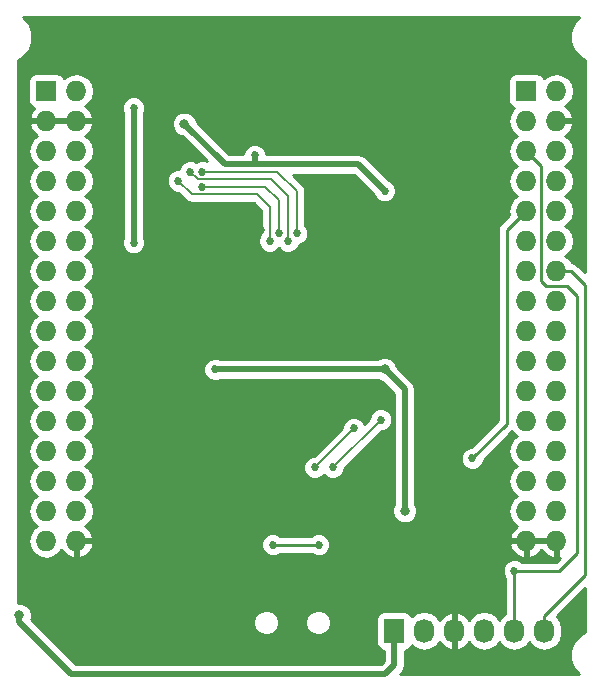
<source format=gbr>
G04 #@! TF.FileFunction,Copper,L2,Bot,Signal*
%FSLAX46Y46*%
G04 Gerber Fmt 4.6, Leading zero omitted, Abs format (unit mm)*
G04 Created by KiCad (PCBNEW 4.0.0-rc2-stable) date 11/25/2015 6:29:23 PM*
%MOMM*%
G01*
G04 APERTURE LIST*
%ADD10C,0.100000*%
%ADD11R,1.727200X2.032000*%
%ADD12O,1.727200X2.032000*%
%ADD13R,1.727200X1.727200*%
%ADD14O,1.727200X1.727200*%
%ADD15C,0.685800*%
%ADD16C,0.838200*%
%ADD17C,0.254000*%
%ADD18C,0.508000*%
%ADD19C,0.203200*%
G04 APERTURE END LIST*
D10*
D11*
X84074000Y-134620000D03*
D12*
X86614000Y-134620000D03*
X89154000Y-134620000D03*
X91694000Y-134620000D03*
X94234000Y-134620000D03*
X96774000Y-134620000D03*
D13*
X54610000Y-88900000D03*
D14*
X57150000Y-88900000D03*
X54610000Y-91440000D03*
X57150000Y-91440000D03*
X54610000Y-93980000D03*
X57150000Y-93980000D03*
X54610000Y-96520000D03*
X57150000Y-96520000D03*
X54610000Y-99060000D03*
X57150000Y-99060000D03*
X54610000Y-101600000D03*
X57150000Y-101600000D03*
X54610000Y-104140000D03*
X57150000Y-104140000D03*
X54610000Y-106680000D03*
X57150000Y-106680000D03*
X54610000Y-109220000D03*
X57150000Y-109220000D03*
X54610000Y-111760000D03*
X57150000Y-111760000D03*
X54610000Y-114300000D03*
X57150000Y-114300000D03*
X54610000Y-116840000D03*
X57150000Y-116840000D03*
X54610000Y-119380000D03*
X57150000Y-119380000D03*
X54610000Y-121920000D03*
X57150000Y-121920000D03*
X54610000Y-124460000D03*
X57150000Y-124460000D03*
X54610000Y-127000000D03*
X57150000Y-127000000D03*
D13*
X95250000Y-88900000D03*
D14*
X97790000Y-88900000D03*
X95250000Y-91440000D03*
X97790000Y-91440000D03*
X95250000Y-93980000D03*
X97790000Y-93980000D03*
X95250000Y-96520000D03*
X97790000Y-96520000D03*
X95250000Y-99060000D03*
X97790000Y-99060000D03*
X95250000Y-101600000D03*
X97790000Y-101600000D03*
X95250000Y-104140000D03*
X97790000Y-104140000D03*
X95250000Y-106680000D03*
X97790000Y-106680000D03*
X95250000Y-109220000D03*
X97790000Y-109220000D03*
X95250000Y-111760000D03*
X97790000Y-111760000D03*
X95250000Y-114300000D03*
X97790000Y-114300000D03*
X95250000Y-116840000D03*
X97790000Y-116840000D03*
X95250000Y-119380000D03*
X97790000Y-119380000D03*
X95250000Y-121920000D03*
X97790000Y-121920000D03*
X95250000Y-124460000D03*
X97790000Y-124460000D03*
X95250000Y-127000000D03*
X97790000Y-127000000D03*
D15*
X70230998Y-93980000D03*
X75755500Y-125476000D03*
X69342000Y-121285000D03*
X77025500Y-128905000D03*
X83375500Y-122237500D03*
X62103000Y-133350000D03*
X66675000Y-136906000D03*
X55245000Y-129921000D03*
X72771000Y-100711000D03*
X70866000Y-101854000D03*
X79756000Y-101727000D03*
X87503602Y-84598000D03*
X86633229Y-100838000D03*
X81588768Y-116150232D03*
X64055122Y-111331878D03*
X65151000Y-99758500D03*
X74295000Y-93091000D03*
X75643965Y-84963000D03*
X94234000Y-129540000D03*
X83260048Y-97357054D03*
X72263008Y-94361000D03*
D16*
X84963000Y-124460000D03*
X83248500Y-112458500D03*
X66294000Y-91694000D03*
D15*
X61999538Y-90320538D03*
X61999538Y-101750538D03*
X68882738Y-112473262D03*
D16*
X52324000Y-133306000D03*
D15*
X73787000Y-127317502D03*
X77660500Y-127317500D03*
X90678000Y-120015000D03*
X75819000Y-100965000D03*
X67818000Y-95758000D03*
X75057000Y-101600000D03*
X66802000Y-95758000D03*
X74295000Y-100965000D03*
X67818000Y-97028000D03*
X73533000Y-101600000D03*
X65786000Y-96520000D03*
X82931000Y-116747133D03*
X78867000Y-120777000D03*
X77343000Y-120776994D03*
X80644980Y-117475000D03*
D17*
X94234000Y-129540000D02*
X98044000Y-129540000D01*
X99568000Y-106299000D02*
X98679000Y-105410000D01*
X98044000Y-129540000D02*
X99568000Y-128016000D01*
X98679000Y-105410000D02*
X96901000Y-105410000D01*
X96901000Y-105410000D02*
X96520000Y-105029000D01*
X99568000Y-128016000D02*
X99568000Y-106299000D01*
X96520000Y-105029000D02*
X96520000Y-95250000D01*
X96520000Y-95250000D02*
X95250000Y-93980000D01*
X94234000Y-133350000D02*
X94234000Y-134620000D01*
X94234000Y-133350000D02*
X94234000Y-130024933D01*
X94234000Y-130024933D02*
X94234000Y-129540000D01*
X94234000Y-133350000D02*
X94234000Y-134366000D01*
X94488000Y-134620000D02*
X94234000Y-134620000D01*
D18*
X82917149Y-97014155D02*
X83260048Y-97357054D01*
X72290700Y-95123000D02*
X81025994Y-95123000D01*
X81025994Y-95123000D02*
X82917149Y-97014155D01*
X72263000Y-94361008D02*
X72263008Y-94361000D01*
X72263000Y-95123000D02*
X72263000Y-94361008D01*
X72290700Y-95123000D02*
X72263000Y-95123000D01*
X84074000Y-134620000D02*
X84328000Y-134620000D01*
X52324000Y-133306000D02*
X52324000Y-133898696D01*
X52324000Y-133898696D02*
X56728304Y-138303000D01*
X56728304Y-138303000D02*
X83312000Y-138303000D01*
X83312000Y-138303000D02*
X84074000Y-137541000D01*
X84074000Y-137541000D02*
X84074000Y-134620000D01*
X84963000Y-123867304D02*
X84963000Y-124460000D01*
X84963000Y-114173000D02*
X84963000Y-123867304D01*
X83248500Y-112458500D02*
X84963000Y-114173000D01*
X83233738Y-112473262D02*
X83248500Y-112458500D01*
X68882738Y-112473262D02*
X83233738Y-112473262D01*
X69850000Y-95123000D02*
X69723000Y-95123000D01*
X69723000Y-95123000D02*
X66294000Y-91694000D01*
X72290700Y-95123000D02*
X69850000Y-95123000D01*
X61999538Y-101750538D02*
X61999538Y-90320538D01*
D17*
X77660500Y-127317500D02*
X73787002Y-127317500D01*
X73787002Y-127317500D02*
X73787000Y-127317502D01*
X97790000Y-104140000D02*
X99011314Y-104140000D01*
X99011314Y-104140000D02*
X100203000Y-105331686D01*
X100203000Y-105331686D02*
X100203000Y-129921000D01*
X100203000Y-129921000D02*
X96774000Y-133350000D01*
X96774000Y-133350000D02*
X96774000Y-134620000D01*
X97790000Y-104140000D02*
X98552000Y-104140000D01*
X95250000Y-99060000D02*
X93599000Y-100711000D01*
X93599000Y-100711000D02*
X93599000Y-117094000D01*
X93599000Y-117094000D02*
X90678000Y-120015000D01*
D19*
X67818000Y-95758000D02*
X74168000Y-95758000D01*
X74168000Y-95758000D02*
X75819000Y-97409000D01*
X75819000Y-97409000D02*
X75819000Y-100965000D01*
X66802000Y-95758000D02*
X67437000Y-96393000D01*
X67437000Y-96393000D02*
X73660000Y-96393000D01*
X73660000Y-96393000D02*
X75057000Y-97790000D01*
X75057000Y-97790000D02*
X75057000Y-101600000D01*
X67818000Y-97028000D02*
X73152000Y-97028000D01*
X73152000Y-97028000D02*
X74295000Y-98171000D01*
X74295000Y-98171000D02*
X74295000Y-100965000D01*
X66929000Y-97663000D02*
X72466198Y-97663000D01*
X72466198Y-97663000D02*
X73533000Y-98729802D01*
X65786000Y-96520000D02*
X66929000Y-97663000D01*
X73533000Y-98729802D02*
X73533000Y-101600000D01*
X82931000Y-116747133D02*
X78901133Y-120777000D01*
X78901133Y-120777000D02*
X78867000Y-120777000D01*
X78867000Y-120776976D02*
X78867000Y-120777000D01*
X77343000Y-120776980D02*
X77343000Y-120776994D01*
X80644980Y-117475000D02*
X77343000Y-120776980D01*
D17*
G36*
X99283091Y-83117041D02*
X98957372Y-83901459D01*
X98956630Y-84750815D01*
X99280980Y-85535800D01*
X99881041Y-86136909D01*
X100203000Y-86270598D01*
X100203000Y-104254055D01*
X99550129Y-103601185D01*
X99498236Y-103566511D01*
X99302919Y-103436004D01*
X99088136Y-103393281D01*
X98879029Y-103080330D01*
X98564248Y-102870000D01*
X98879029Y-102659670D01*
X99203885Y-102173489D01*
X99317959Y-101600000D01*
X99203885Y-101026511D01*
X98879029Y-100540330D01*
X98564248Y-100330000D01*
X98879029Y-100119670D01*
X99203885Y-99633489D01*
X99317959Y-99060000D01*
X99203885Y-98486511D01*
X98879029Y-98000330D01*
X98564248Y-97790000D01*
X98879029Y-97579670D01*
X99203885Y-97093489D01*
X99317959Y-96520000D01*
X99203885Y-95946511D01*
X98879029Y-95460330D01*
X98564248Y-95250000D01*
X98879029Y-95039670D01*
X99203885Y-94553489D01*
X99317959Y-93980000D01*
X99203885Y-93406511D01*
X98879029Y-92920330D01*
X98555772Y-92704336D01*
X98678490Y-92646821D01*
X99072688Y-92214947D01*
X99244958Y-91799026D01*
X99123817Y-91567000D01*
X97917000Y-91567000D01*
X97917000Y-91587000D01*
X97663000Y-91587000D01*
X97663000Y-91567000D01*
X97643000Y-91567000D01*
X97643000Y-91313000D01*
X97663000Y-91313000D01*
X97663000Y-91293000D01*
X97917000Y-91293000D01*
X97917000Y-91313000D01*
X99123817Y-91313000D01*
X99244958Y-91080974D01*
X99072688Y-90665053D01*
X98678490Y-90233179D01*
X98555772Y-90175664D01*
X98879029Y-89959670D01*
X99203885Y-89473489D01*
X99317959Y-88900000D01*
X99203885Y-88326511D01*
X98879029Y-87840330D01*
X98392848Y-87515474D01*
X97819359Y-87401400D01*
X97760641Y-87401400D01*
X97187152Y-87515474D01*
X96721558Y-87826574D01*
X96716762Y-87801083D01*
X96577690Y-87584959D01*
X96365490Y-87439969D01*
X96113600Y-87388960D01*
X94386400Y-87388960D01*
X94151083Y-87433238D01*
X93934959Y-87572310D01*
X93789969Y-87784510D01*
X93738960Y-88036400D01*
X93738960Y-89763600D01*
X93783238Y-89998917D01*
X93922310Y-90215041D01*
X94134510Y-90360031D01*
X94178131Y-90368864D01*
X94160971Y-90380330D01*
X93836115Y-90866511D01*
X93722041Y-91440000D01*
X93836115Y-92013489D01*
X94160971Y-92499670D01*
X94475752Y-92710000D01*
X94160971Y-92920330D01*
X93836115Y-93406511D01*
X93722041Y-93980000D01*
X93836115Y-94553489D01*
X94160971Y-95039670D01*
X94475752Y-95250000D01*
X94160971Y-95460330D01*
X93836115Y-95946511D01*
X93722041Y-96520000D01*
X93836115Y-97093489D01*
X94160971Y-97579670D01*
X94475752Y-97790000D01*
X94160971Y-98000330D01*
X93836115Y-98486511D01*
X93722041Y-99060000D01*
X93796755Y-99435614D01*
X93060185Y-100172185D01*
X92895004Y-100419395D01*
X92837000Y-100711000D01*
X92837000Y-116778370D01*
X90578357Y-119037013D01*
X90484337Y-119036931D01*
X90124788Y-119185493D01*
X89849460Y-119460341D01*
X89700270Y-119819630D01*
X89699931Y-120208663D01*
X89848493Y-120568212D01*
X90123341Y-120843540D01*
X90482630Y-120992730D01*
X90871663Y-120993069D01*
X91231212Y-120844507D01*
X91506540Y-120569659D01*
X91655730Y-120210370D01*
X91655813Y-120114817D01*
X94044809Y-117725821D01*
X94160971Y-117899670D01*
X94475752Y-118110000D01*
X94160971Y-118320330D01*
X93836115Y-118806511D01*
X93722041Y-119380000D01*
X93836115Y-119953489D01*
X94160971Y-120439670D01*
X94475752Y-120650000D01*
X94160971Y-120860330D01*
X93836115Y-121346511D01*
X93722041Y-121920000D01*
X93836115Y-122493489D01*
X94160971Y-122979670D01*
X94475752Y-123190000D01*
X94160971Y-123400330D01*
X93836115Y-123886511D01*
X93722041Y-124460000D01*
X93836115Y-125033489D01*
X94160971Y-125519670D01*
X94484228Y-125735664D01*
X94361510Y-125793179D01*
X93967312Y-126225053D01*
X93795042Y-126640974D01*
X93916183Y-126873000D01*
X95123000Y-126873000D01*
X95123000Y-126853000D01*
X95377000Y-126853000D01*
X95377000Y-126873000D01*
X97663000Y-126873000D01*
X97663000Y-126853000D01*
X97917000Y-126853000D01*
X97917000Y-126873000D01*
X97937000Y-126873000D01*
X97937000Y-127127000D01*
X97917000Y-127127000D01*
X97917000Y-128334469D01*
X98084772Y-128421598D01*
X97728370Y-128778000D01*
X94855083Y-128778000D01*
X94788659Y-128711460D01*
X94429370Y-128562270D01*
X94040337Y-128561931D01*
X93680788Y-128710493D01*
X93405460Y-128985341D01*
X93256270Y-129344630D01*
X93255931Y-129733663D01*
X93404493Y-130093212D01*
X93472000Y-130160837D01*
X93472000Y-133176688D01*
X93174330Y-133375585D01*
X92964000Y-133690366D01*
X92753670Y-133375585D01*
X92267489Y-133050729D01*
X91694000Y-132936655D01*
X91120511Y-133050729D01*
X90634330Y-133375585D01*
X90427539Y-133685069D01*
X90056036Y-133269268D01*
X89528791Y-133015291D01*
X89513026Y-133012642D01*
X89281000Y-133133783D01*
X89281000Y-134493000D01*
X89301000Y-134493000D01*
X89301000Y-134747000D01*
X89281000Y-134747000D01*
X89281000Y-136106217D01*
X89513026Y-136227358D01*
X89528791Y-136224709D01*
X90056036Y-135970732D01*
X90427539Y-135554931D01*
X90634330Y-135864415D01*
X91120511Y-136189271D01*
X91694000Y-136303345D01*
X92267489Y-136189271D01*
X92753670Y-135864415D01*
X92964000Y-135549634D01*
X93174330Y-135864415D01*
X93660511Y-136189271D01*
X94234000Y-136303345D01*
X94807489Y-136189271D01*
X95293670Y-135864415D01*
X95504000Y-135549634D01*
X95714330Y-135864415D01*
X96200511Y-136189271D01*
X96774000Y-136303345D01*
X97347489Y-136189271D01*
X97833670Y-135864415D01*
X98158526Y-135378234D01*
X98272600Y-134804745D01*
X98272600Y-134435255D01*
X98158526Y-133861766D01*
X97833670Y-133375585D01*
X97829099Y-133372531D01*
X100203000Y-130998631D01*
X100203000Y-134709254D01*
X99884200Y-134840980D01*
X99283091Y-135441041D01*
X98957372Y-136225459D01*
X98956630Y-137074815D01*
X99280980Y-137859800D01*
X99723407Y-138303000D01*
X84569236Y-138303000D01*
X84702618Y-138169618D01*
X84895329Y-137881206D01*
X84963000Y-137541000D01*
X84963000Y-136278661D01*
X85172917Y-136239162D01*
X85389041Y-136100090D01*
X85534031Y-135887890D01*
X85542400Y-135846561D01*
X85554330Y-135864415D01*
X86040511Y-136189271D01*
X86614000Y-136303345D01*
X87187489Y-136189271D01*
X87673670Y-135864415D01*
X87880461Y-135554931D01*
X88251964Y-135970732D01*
X88779209Y-136224709D01*
X88794974Y-136227358D01*
X89027000Y-136106217D01*
X89027000Y-134747000D01*
X89007000Y-134747000D01*
X89007000Y-134493000D01*
X89027000Y-134493000D01*
X89027000Y-133133783D01*
X88794974Y-133012642D01*
X88779209Y-133015291D01*
X88251964Y-133269268D01*
X87880461Y-133685069D01*
X87673670Y-133375585D01*
X87187489Y-133050729D01*
X86614000Y-132936655D01*
X86040511Y-133050729D01*
X85554330Y-133375585D01*
X85544757Y-133389913D01*
X85540762Y-133368683D01*
X85401690Y-133152559D01*
X85189490Y-133007569D01*
X84937600Y-132956560D01*
X83210400Y-132956560D01*
X82975083Y-133000838D01*
X82758959Y-133139910D01*
X82613969Y-133352110D01*
X82562960Y-133604000D01*
X82562960Y-135636000D01*
X82607238Y-135871317D01*
X82746310Y-136087441D01*
X82958510Y-136232431D01*
X83185000Y-136278296D01*
X83185000Y-137172764D01*
X82943764Y-137414000D01*
X57096540Y-137414000D01*
X53793430Y-134110890D01*
X72153592Y-134110890D01*
X72318362Y-134509663D01*
X72623193Y-134815026D01*
X73021677Y-134980491D01*
X73453150Y-134980868D01*
X73851923Y-134816098D01*
X74157286Y-134511267D01*
X74322751Y-134112783D01*
X74322752Y-134110890D01*
X76552872Y-134110890D01*
X76717642Y-134509663D01*
X77022473Y-134815026D01*
X77420957Y-134980491D01*
X77852430Y-134980868D01*
X78251203Y-134816098D01*
X78556566Y-134511267D01*
X78722031Y-134112783D01*
X78722408Y-133681310D01*
X78557638Y-133282537D01*
X78252807Y-132977174D01*
X77854323Y-132811709D01*
X77422850Y-132811332D01*
X77024077Y-132976102D01*
X76718714Y-133280933D01*
X76553249Y-133679417D01*
X76552872Y-134110890D01*
X74322752Y-134110890D01*
X74323128Y-133681310D01*
X74158358Y-133282537D01*
X73853527Y-132977174D01*
X73455043Y-132811709D01*
X73023570Y-132811332D01*
X72624797Y-132976102D01*
X72319434Y-133280933D01*
X72153969Y-133679417D01*
X72153592Y-134110890D01*
X53793430Y-134110890D01*
X53325461Y-133642921D01*
X53377917Y-133516593D01*
X53378283Y-133097246D01*
X53218144Y-132709680D01*
X52921879Y-132412899D01*
X52534593Y-132252083D01*
X52197000Y-132251788D01*
X52197000Y-93980000D01*
X53082041Y-93980000D01*
X53196115Y-94553489D01*
X53520971Y-95039670D01*
X53835752Y-95250000D01*
X53520971Y-95460330D01*
X53196115Y-95946511D01*
X53082041Y-96520000D01*
X53196115Y-97093489D01*
X53520971Y-97579670D01*
X53835752Y-97790000D01*
X53520971Y-98000330D01*
X53196115Y-98486511D01*
X53082041Y-99060000D01*
X53196115Y-99633489D01*
X53520971Y-100119670D01*
X53835752Y-100330000D01*
X53520971Y-100540330D01*
X53196115Y-101026511D01*
X53082041Y-101600000D01*
X53196115Y-102173489D01*
X53520971Y-102659670D01*
X53835752Y-102870000D01*
X53520971Y-103080330D01*
X53196115Y-103566511D01*
X53082041Y-104140000D01*
X53196115Y-104713489D01*
X53520971Y-105199670D01*
X53835752Y-105410000D01*
X53520971Y-105620330D01*
X53196115Y-106106511D01*
X53082041Y-106680000D01*
X53196115Y-107253489D01*
X53520971Y-107739670D01*
X53835752Y-107950000D01*
X53520971Y-108160330D01*
X53196115Y-108646511D01*
X53082041Y-109220000D01*
X53196115Y-109793489D01*
X53520971Y-110279670D01*
X53835752Y-110490000D01*
X53520971Y-110700330D01*
X53196115Y-111186511D01*
X53082041Y-111760000D01*
X53196115Y-112333489D01*
X53520971Y-112819670D01*
X53835752Y-113030000D01*
X53520971Y-113240330D01*
X53196115Y-113726511D01*
X53082041Y-114300000D01*
X53196115Y-114873489D01*
X53520971Y-115359670D01*
X53835752Y-115570000D01*
X53520971Y-115780330D01*
X53196115Y-116266511D01*
X53082041Y-116840000D01*
X53196115Y-117413489D01*
X53520971Y-117899670D01*
X53835752Y-118110000D01*
X53520971Y-118320330D01*
X53196115Y-118806511D01*
X53082041Y-119380000D01*
X53196115Y-119953489D01*
X53520971Y-120439670D01*
X53835752Y-120650000D01*
X53520971Y-120860330D01*
X53196115Y-121346511D01*
X53082041Y-121920000D01*
X53196115Y-122493489D01*
X53520971Y-122979670D01*
X53835752Y-123190000D01*
X53520971Y-123400330D01*
X53196115Y-123886511D01*
X53082041Y-124460000D01*
X53196115Y-125033489D01*
X53520971Y-125519670D01*
X53835752Y-125730000D01*
X53520971Y-125940330D01*
X53196115Y-126426511D01*
X53082041Y-127000000D01*
X53196115Y-127573489D01*
X53520971Y-128059670D01*
X54007152Y-128384526D01*
X54580641Y-128498600D01*
X54639359Y-128498600D01*
X55212848Y-128384526D01*
X55699029Y-128059670D01*
X55879992Y-127788839D01*
X56261510Y-128206821D01*
X56790973Y-128454968D01*
X57023000Y-128334469D01*
X57023000Y-127127000D01*
X57277000Y-127127000D01*
X57277000Y-128334469D01*
X57509027Y-128454968D01*
X58038490Y-128206821D01*
X58432688Y-127774947D01*
X58541943Y-127511165D01*
X72808931Y-127511165D01*
X72957493Y-127870714D01*
X73232341Y-128146042D01*
X73591630Y-128295232D01*
X73980663Y-128295571D01*
X74340212Y-128147009D01*
X74407839Y-128079500D01*
X77039417Y-128079500D01*
X77105841Y-128146040D01*
X77465130Y-128295230D01*
X77854163Y-128295569D01*
X78213712Y-128147007D01*
X78489040Y-127872159D01*
X78638230Y-127512870D01*
X78638364Y-127359026D01*
X93795042Y-127359026D01*
X93967312Y-127774947D01*
X94361510Y-128206821D01*
X94890973Y-128454968D01*
X95123000Y-128334469D01*
X95123000Y-127127000D01*
X95377000Y-127127000D01*
X95377000Y-128334469D01*
X95609027Y-128454968D01*
X96138490Y-128206821D01*
X96520000Y-127788848D01*
X96901510Y-128206821D01*
X97430973Y-128454968D01*
X97663000Y-128334469D01*
X97663000Y-127127000D01*
X95377000Y-127127000D01*
X95123000Y-127127000D01*
X93916183Y-127127000D01*
X93795042Y-127359026D01*
X78638364Y-127359026D01*
X78638569Y-127123837D01*
X78490007Y-126764288D01*
X78215159Y-126488960D01*
X77855870Y-126339770D01*
X77466837Y-126339431D01*
X77107288Y-126487993D01*
X77039663Y-126555500D01*
X74408081Y-126555500D01*
X74341659Y-126488962D01*
X73982370Y-126339772D01*
X73593337Y-126339433D01*
X73233788Y-126487995D01*
X72958460Y-126762843D01*
X72809270Y-127122132D01*
X72808931Y-127511165D01*
X58541943Y-127511165D01*
X58604958Y-127359026D01*
X58483817Y-127127000D01*
X57277000Y-127127000D01*
X57023000Y-127127000D01*
X57003000Y-127127000D01*
X57003000Y-126873000D01*
X57023000Y-126873000D01*
X57023000Y-126853000D01*
X57277000Y-126853000D01*
X57277000Y-126873000D01*
X58483817Y-126873000D01*
X58604958Y-126640974D01*
X58432688Y-126225053D01*
X58038490Y-125793179D01*
X57915772Y-125735664D01*
X58239029Y-125519670D01*
X58563885Y-125033489D01*
X58677959Y-124460000D01*
X58563885Y-123886511D01*
X58239029Y-123400330D01*
X57924248Y-123190000D01*
X58239029Y-122979670D01*
X58563885Y-122493489D01*
X58677959Y-121920000D01*
X58563885Y-121346511D01*
X58312748Y-120970657D01*
X76364931Y-120970657D01*
X76513493Y-121330206D01*
X76788341Y-121605534D01*
X77147630Y-121754724D01*
X77536663Y-121755063D01*
X77896212Y-121606501D01*
X78105120Y-121397957D01*
X78312341Y-121605540D01*
X78671630Y-121754730D01*
X79060663Y-121755069D01*
X79420212Y-121606507D01*
X79695540Y-121331659D01*
X79844730Y-120972370D01*
X79844815Y-120875028D01*
X82994754Y-117725089D01*
X83124663Y-117725202D01*
X83484212Y-117576640D01*
X83759540Y-117301792D01*
X83908730Y-116942503D01*
X83909069Y-116553470D01*
X83760507Y-116193921D01*
X83485659Y-115918593D01*
X83126370Y-115769403D01*
X82737337Y-115769064D01*
X82377788Y-115917626D01*
X82102460Y-116192474D01*
X81953270Y-116551763D01*
X81953155Y-116683268D01*
X81544702Y-117091721D01*
X81474487Y-116921788D01*
X81199639Y-116646460D01*
X80840350Y-116497270D01*
X80451317Y-116496931D01*
X80091768Y-116645493D01*
X79816440Y-116920341D01*
X79667250Y-117279630D01*
X79667135Y-117411135D01*
X77279232Y-119799038D01*
X77149337Y-119798925D01*
X76789788Y-119947487D01*
X76514460Y-120222335D01*
X76365270Y-120581624D01*
X76364931Y-120970657D01*
X58312748Y-120970657D01*
X58239029Y-120860330D01*
X57924248Y-120650000D01*
X58239029Y-120439670D01*
X58563885Y-119953489D01*
X58677959Y-119380000D01*
X58563885Y-118806511D01*
X58239029Y-118320330D01*
X57924248Y-118110000D01*
X58239029Y-117899670D01*
X58563885Y-117413489D01*
X58677959Y-116840000D01*
X58563885Y-116266511D01*
X58239029Y-115780330D01*
X57924248Y-115570000D01*
X58239029Y-115359670D01*
X58563885Y-114873489D01*
X58677959Y-114300000D01*
X58563885Y-113726511D01*
X58239029Y-113240330D01*
X57924248Y-113030000D01*
X58239029Y-112819670D01*
X58341090Y-112666925D01*
X67904669Y-112666925D01*
X68053231Y-113026474D01*
X68328079Y-113301802D01*
X68687368Y-113450992D01*
X69076401Y-113451331D01*
X69291965Y-113362262D01*
X82676295Y-113362262D01*
X83037907Y-113512417D01*
X83045187Y-113512423D01*
X84074000Y-114541236D01*
X84074000Y-123858027D01*
X84069899Y-123862121D01*
X83909083Y-124249407D01*
X83908717Y-124668754D01*
X84068856Y-125056320D01*
X84365121Y-125353101D01*
X84752407Y-125513917D01*
X85171754Y-125514283D01*
X85559320Y-125354144D01*
X85856101Y-125057879D01*
X86016917Y-124670593D01*
X86017283Y-124251246D01*
X85857144Y-123863680D01*
X85852000Y-123858527D01*
X85852000Y-114173000D01*
X85784329Y-113832794D01*
X85591618Y-113544382D01*
X84302778Y-112255542D01*
X84302783Y-112249746D01*
X84142644Y-111862180D01*
X83846379Y-111565399D01*
X83459093Y-111404583D01*
X83039746Y-111404217D01*
X82652180Y-111564356D01*
X82632239Y-111584262D01*
X69291793Y-111584262D01*
X69078108Y-111495532D01*
X68689075Y-111495193D01*
X68329526Y-111643755D01*
X68054198Y-111918603D01*
X67905008Y-112277892D01*
X67904669Y-112666925D01*
X58341090Y-112666925D01*
X58563885Y-112333489D01*
X58677959Y-111760000D01*
X58563885Y-111186511D01*
X58239029Y-110700330D01*
X57924248Y-110490000D01*
X58239029Y-110279670D01*
X58563885Y-109793489D01*
X58677959Y-109220000D01*
X58563885Y-108646511D01*
X58239029Y-108160330D01*
X57924248Y-107950000D01*
X58239029Y-107739670D01*
X58563885Y-107253489D01*
X58677959Y-106680000D01*
X58563885Y-106106511D01*
X58239029Y-105620330D01*
X57924248Y-105410000D01*
X58239029Y-105199670D01*
X58563885Y-104713489D01*
X58677959Y-104140000D01*
X58563885Y-103566511D01*
X58239029Y-103080330D01*
X57924248Y-102870000D01*
X58239029Y-102659670D01*
X58563885Y-102173489D01*
X58677959Y-101600000D01*
X58563885Y-101026511D01*
X58239029Y-100540330D01*
X57924248Y-100330000D01*
X58239029Y-100119670D01*
X58563885Y-99633489D01*
X58677959Y-99060000D01*
X58563885Y-98486511D01*
X58239029Y-98000330D01*
X57924248Y-97790000D01*
X58239029Y-97579670D01*
X58563885Y-97093489D01*
X58677959Y-96520000D01*
X58563885Y-95946511D01*
X58239029Y-95460330D01*
X57924248Y-95250000D01*
X58239029Y-95039670D01*
X58563885Y-94553489D01*
X58677959Y-93980000D01*
X58563885Y-93406511D01*
X58239029Y-92920330D01*
X57915772Y-92704336D01*
X58038490Y-92646821D01*
X58432688Y-92214947D01*
X58604958Y-91799026D01*
X58483817Y-91567000D01*
X57277000Y-91567000D01*
X57277000Y-91587000D01*
X57023000Y-91587000D01*
X57023000Y-91567000D01*
X54737000Y-91567000D01*
X54737000Y-91587000D01*
X54483000Y-91587000D01*
X54483000Y-91567000D01*
X53276183Y-91567000D01*
X53155042Y-91799026D01*
X53327312Y-92214947D01*
X53721510Y-92646821D01*
X53844228Y-92704336D01*
X53520971Y-92920330D01*
X53196115Y-93406511D01*
X53082041Y-93980000D01*
X52197000Y-93980000D01*
X52197000Y-88036400D01*
X53098960Y-88036400D01*
X53098960Y-89763600D01*
X53143238Y-89998917D01*
X53282310Y-90215041D01*
X53494510Y-90360031D01*
X53588375Y-90379039D01*
X53327312Y-90665053D01*
X53155042Y-91080974D01*
X53276183Y-91313000D01*
X54483000Y-91313000D01*
X54483000Y-91293000D01*
X54737000Y-91293000D01*
X54737000Y-91313000D01*
X57023000Y-91313000D01*
X57023000Y-91293000D01*
X57277000Y-91293000D01*
X57277000Y-91313000D01*
X58483817Y-91313000D01*
X58604958Y-91080974D01*
X58432688Y-90665053D01*
X58294997Y-90514201D01*
X61021469Y-90514201D01*
X61110538Y-90729765D01*
X61110538Y-101341483D01*
X61021808Y-101555168D01*
X61021469Y-101944201D01*
X61170031Y-102303750D01*
X61444879Y-102579078D01*
X61804168Y-102728268D01*
X62193201Y-102728607D01*
X62552750Y-102580045D01*
X62828078Y-102305197D01*
X62977268Y-101945908D01*
X62977607Y-101556875D01*
X62888538Y-101341311D01*
X62888538Y-96713663D01*
X64807931Y-96713663D01*
X64956493Y-97073212D01*
X65231341Y-97348540D01*
X65590630Y-97497730D01*
X65722135Y-97497845D01*
X66408145Y-98183855D01*
X66647115Y-98343530D01*
X66929000Y-98399600D01*
X72161088Y-98399600D01*
X72796400Y-99034912D01*
X72796400Y-100953561D01*
X72704460Y-101045341D01*
X72555270Y-101404630D01*
X72554931Y-101793663D01*
X72703493Y-102153212D01*
X72978341Y-102428540D01*
X73337630Y-102577730D01*
X73726663Y-102578069D01*
X74086212Y-102429507D01*
X74295123Y-102220960D01*
X74502341Y-102428540D01*
X74861630Y-102577730D01*
X75250663Y-102578069D01*
X75610212Y-102429507D01*
X75885540Y-102154659D01*
X75973414Y-101943035D01*
X76012663Y-101943069D01*
X76372212Y-101794507D01*
X76647540Y-101519659D01*
X76796730Y-101160370D01*
X76797069Y-100771337D01*
X76648507Y-100411788D01*
X76555600Y-100318719D01*
X76555600Y-97409000D01*
X76499530Y-97127115D01*
X76339855Y-96888145D01*
X75463710Y-96012000D01*
X80657758Y-96012000D01*
X82342185Y-97696427D01*
X82430541Y-97910266D01*
X82705389Y-98185594D01*
X83064678Y-98334784D01*
X83453711Y-98335123D01*
X83813260Y-98186561D01*
X84088588Y-97911713D01*
X84237778Y-97552424D01*
X84238117Y-97163391D01*
X84089555Y-96803842D01*
X83814707Y-96528514D01*
X83599298Y-96439068D01*
X81654612Y-94494382D01*
X81645061Y-94488000D01*
X81366200Y-94301671D01*
X81025994Y-94234000D01*
X73241019Y-94234000D01*
X73241077Y-94167337D01*
X73092515Y-93807788D01*
X72817667Y-93532460D01*
X72458378Y-93383270D01*
X72069345Y-93382931D01*
X71709796Y-93531493D01*
X71434468Y-93806341D01*
X71285278Y-94165630D01*
X71285218Y-94234000D01*
X70091236Y-94234000D01*
X67348278Y-91491042D01*
X67348283Y-91485246D01*
X67188144Y-91097680D01*
X66891879Y-90800899D01*
X66504593Y-90640083D01*
X66085246Y-90639717D01*
X65697680Y-90799856D01*
X65400899Y-91096121D01*
X65240083Y-91483407D01*
X65239717Y-91902754D01*
X65399856Y-92290320D01*
X65696121Y-92587101D01*
X66083407Y-92747917D01*
X66090687Y-92747923D01*
X68200906Y-94858142D01*
X68013370Y-94780270D01*
X67624337Y-94779931D01*
X67309670Y-94909948D01*
X66997370Y-94780270D01*
X66608337Y-94779931D01*
X66248788Y-94928493D01*
X65973460Y-95203341D01*
X65832778Y-95542141D01*
X65592337Y-95541931D01*
X65232788Y-95690493D01*
X64957460Y-95965341D01*
X64808270Y-96324630D01*
X64807931Y-96713663D01*
X62888538Y-96713663D01*
X62888538Y-90729593D01*
X62977268Y-90515908D01*
X62977607Y-90126875D01*
X62829045Y-89767326D01*
X62554197Y-89491998D01*
X62194908Y-89342808D01*
X61805875Y-89342469D01*
X61446326Y-89491031D01*
X61170998Y-89765879D01*
X61021808Y-90125168D01*
X61021469Y-90514201D01*
X58294997Y-90514201D01*
X58038490Y-90233179D01*
X57915772Y-90175664D01*
X58239029Y-89959670D01*
X58563885Y-89473489D01*
X58677959Y-88900000D01*
X58563885Y-88326511D01*
X58239029Y-87840330D01*
X57752848Y-87515474D01*
X57179359Y-87401400D01*
X57120641Y-87401400D01*
X56547152Y-87515474D01*
X56081558Y-87826574D01*
X56076762Y-87801083D01*
X55937690Y-87584959D01*
X55725490Y-87439969D01*
X55473600Y-87388960D01*
X53746400Y-87388960D01*
X53511083Y-87433238D01*
X53294959Y-87572310D01*
X53149969Y-87784510D01*
X53098960Y-88036400D01*
X52197000Y-88036400D01*
X52197000Y-86270746D01*
X52515800Y-86139020D01*
X53116909Y-85538959D01*
X53442628Y-84754541D01*
X53443370Y-83905185D01*
X53119020Y-83120200D01*
X52676593Y-82677000D01*
X99723901Y-82677000D01*
X99283091Y-83117041D01*
X99283091Y-83117041D01*
G37*
X99283091Y-83117041D02*
X98957372Y-83901459D01*
X98956630Y-84750815D01*
X99280980Y-85535800D01*
X99881041Y-86136909D01*
X100203000Y-86270598D01*
X100203000Y-104254055D01*
X99550129Y-103601185D01*
X99498236Y-103566511D01*
X99302919Y-103436004D01*
X99088136Y-103393281D01*
X98879029Y-103080330D01*
X98564248Y-102870000D01*
X98879029Y-102659670D01*
X99203885Y-102173489D01*
X99317959Y-101600000D01*
X99203885Y-101026511D01*
X98879029Y-100540330D01*
X98564248Y-100330000D01*
X98879029Y-100119670D01*
X99203885Y-99633489D01*
X99317959Y-99060000D01*
X99203885Y-98486511D01*
X98879029Y-98000330D01*
X98564248Y-97790000D01*
X98879029Y-97579670D01*
X99203885Y-97093489D01*
X99317959Y-96520000D01*
X99203885Y-95946511D01*
X98879029Y-95460330D01*
X98564248Y-95250000D01*
X98879029Y-95039670D01*
X99203885Y-94553489D01*
X99317959Y-93980000D01*
X99203885Y-93406511D01*
X98879029Y-92920330D01*
X98555772Y-92704336D01*
X98678490Y-92646821D01*
X99072688Y-92214947D01*
X99244958Y-91799026D01*
X99123817Y-91567000D01*
X97917000Y-91567000D01*
X97917000Y-91587000D01*
X97663000Y-91587000D01*
X97663000Y-91567000D01*
X97643000Y-91567000D01*
X97643000Y-91313000D01*
X97663000Y-91313000D01*
X97663000Y-91293000D01*
X97917000Y-91293000D01*
X97917000Y-91313000D01*
X99123817Y-91313000D01*
X99244958Y-91080974D01*
X99072688Y-90665053D01*
X98678490Y-90233179D01*
X98555772Y-90175664D01*
X98879029Y-89959670D01*
X99203885Y-89473489D01*
X99317959Y-88900000D01*
X99203885Y-88326511D01*
X98879029Y-87840330D01*
X98392848Y-87515474D01*
X97819359Y-87401400D01*
X97760641Y-87401400D01*
X97187152Y-87515474D01*
X96721558Y-87826574D01*
X96716762Y-87801083D01*
X96577690Y-87584959D01*
X96365490Y-87439969D01*
X96113600Y-87388960D01*
X94386400Y-87388960D01*
X94151083Y-87433238D01*
X93934959Y-87572310D01*
X93789969Y-87784510D01*
X93738960Y-88036400D01*
X93738960Y-89763600D01*
X93783238Y-89998917D01*
X93922310Y-90215041D01*
X94134510Y-90360031D01*
X94178131Y-90368864D01*
X94160971Y-90380330D01*
X93836115Y-90866511D01*
X93722041Y-91440000D01*
X93836115Y-92013489D01*
X94160971Y-92499670D01*
X94475752Y-92710000D01*
X94160971Y-92920330D01*
X93836115Y-93406511D01*
X93722041Y-93980000D01*
X93836115Y-94553489D01*
X94160971Y-95039670D01*
X94475752Y-95250000D01*
X94160971Y-95460330D01*
X93836115Y-95946511D01*
X93722041Y-96520000D01*
X93836115Y-97093489D01*
X94160971Y-97579670D01*
X94475752Y-97790000D01*
X94160971Y-98000330D01*
X93836115Y-98486511D01*
X93722041Y-99060000D01*
X93796755Y-99435614D01*
X93060185Y-100172185D01*
X92895004Y-100419395D01*
X92837000Y-100711000D01*
X92837000Y-116778370D01*
X90578357Y-119037013D01*
X90484337Y-119036931D01*
X90124788Y-119185493D01*
X89849460Y-119460341D01*
X89700270Y-119819630D01*
X89699931Y-120208663D01*
X89848493Y-120568212D01*
X90123341Y-120843540D01*
X90482630Y-120992730D01*
X90871663Y-120993069D01*
X91231212Y-120844507D01*
X91506540Y-120569659D01*
X91655730Y-120210370D01*
X91655813Y-120114817D01*
X94044809Y-117725821D01*
X94160971Y-117899670D01*
X94475752Y-118110000D01*
X94160971Y-118320330D01*
X93836115Y-118806511D01*
X93722041Y-119380000D01*
X93836115Y-119953489D01*
X94160971Y-120439670D01*
X94475752Y-120650000D01*
X94160971Y-120860330D01*
X93836115Y-121346511D01*
X93722041Y-121920000D01*
X93836115Y-122493489D01*
X94160971Y-122979670D01*
X94475752Y-123190000D01*
X94160971Y-123400330D01*
X93836115Y-123886511D01*
X93722041Y-124460000D01*
X93836115Y-125033489D01*
X94160971Y-125519670D01*
X94484228Y-125735664D01*
X94361510Y-125793179D01*
X93967312Y-126225053D01*
X93795042Y-126640974D01*
X93916183Y-126873000D01*
X95123000Y-126873000D01*
X95123000Y-126853000D01*
X95377000Y-126853000D01*
X95377000Y-126873000D01*
X97663000Y-126873000D01*
X97663000Y-126853000D01*
X97917000Y-126853000D01*
X97917000Y-126873000D01*
X97937000Y-126873000D01*
X97937000Y-127127000D01*
X97917000Y-127127000D01*
X97917000Y-128334469D01*
X98084772Y-128421598D01*
X97728370Y-128778000D01*
X94855083Y-128778000D01*
X94788659Y-128711460D01*
X94429370Y-128562270D01*
X94040337Y-128561931D01*
X93680788Y-128710493D01*
X93405460Y-128985341D01*
X93256270Y-129344630D01*
X93255931Y-129733663D01*
X93404493Y-130093212D01*
X93472000Y-130160837D01*
X93472000Y-133176688D01*
X93174330Y-133375585D01*
X92964000Y-133690366D01*
X92753670Y-133375585D01*
X92267489Y-133050729D01*
X91694000Y-132936655D01*
X91120511Y-133050729D01*
X90634330Y-133375585D01*
X90427539Y-133685069D01*
X90056036Y-133269268D01*
X89528791Y-133015291D01*
X89513026Y-133012642D01*
X89281000Y-133133783D01*
X89281000Y-134493000D01*
X89301000Y-134493000D01*
X89301000Y-134747000D01*
X89281000Y-134747000D01*
X89281000Y-136106217D01*
X89513026Y-136227358D01*
X89528791Y-136224709D01*
X90056036Y-135970732D01*
X90427539Y-135554931D01*
X90634330Y-135864415D01*
X91120511Y-136189271D01*
X91694000Y-136303345D01*
X92267489Y-136189271D01*
X92753670Y-135864415D01*
X92964000Y-135549634D01*
X93174330Y-135864415D01*
X93660511Y-136189271D01*
X94234000Y-136303345D01*
X94807489Y-136189271D01*
X95293670Y-135864415D01*
X95504000Y-135549634D01*
X95714330Y-135864415D01*
X96200511Y-136189271D01*
X96774000Y-136303345D01*
X97347489Y-136189271D01*
X97833670Y-135864415D01*
X98158526Y-135378234D01*
X98272600Y-134804745D01*
X98272600Y-134435255D01*
X98158526Y-133861766D01*
X97833670Y-133375585D01*
X97829099Y-133372531D01*
X100203000Y-130998631D01*
X100203000Y-134709254D01*
X99884200Y-134840980D01*
X99283091Y-135441041D01*
X98957372Y-136225459D01*
X98956630Y-137074815D01*
X99280980Y-137859800D01*
X99723407Y-138303000D01*
X84569236Y-138303000D01*
X84702618Y-138169618D01*
X84895329Y-137881206D01*
X84963000Y-137541000D01*
X84963000Y-136278661D01*
X85172917Y-136239162D01*
X85389041Y-136100090D01*
X85534031Y-135887890D01*
X85542400Y-135846561D01*
X85554330Y-135864415D01*
X86040511Y-136189271D01*
X86614000Y-136303345D01*
X87187489Y-136189271D01*
X87673670Y-135864415D01*
X87880461Y-135554931D01*
X88251964Y-135970732D01*
X88779209Y-136224709D01*
X88794974Y-136227358D01*
X89027000Y-136106217D01*
X89027000Y-134747000D01*
X89007000Y-134747000D01*
X89007000Y-134493000D01*
X89027000Y-134493000D01*
X89027000Y-133133783D01*
X88794974Y-133012642D01*
X88779209Y-133015291D01*
X88251964Y-133269268D01*
X87880461Y-133685069D01*
X87673670Y-133375585D01*
X87187489Y-133050729D01*
X86614000Y-132936655D01*
X86040511Y-133050729D01*
X85554330Y-133375585D01*
X85544757Y-133389913D01*
X85540762Y-133368683D01*
X85401690Y-133152559D01*
X85189490Y-133007569D01*
X84937600Y-132956560D01*
X83210400Y-132956560D01*
X82975083Y-133000838D01*
X82758959Y-133139910D01*
X82613969Y-133352110D01*
X82562960Y-133604000D01*
X82562960Y-135636000D01*
X82607238Y-135871317D01*
X82746310Y-136087441D01*
X82958510Y-136232431D01*
X83185000Y-136278296D01*
X83185000Y-137172764D01*
X82943764Y-137414000D01*
X57096540Y-137414000D01*
X53793430Y-134110890D01*
X72153592Y-134110890D01*
X72318362Y-134509663D01*
X72623193Y-134815026D01*
X73021677Y-134980491D01*
X73453150Y-134980868D01*
X73851923Y-134816098D01*
X74157286Y-134511267D01*
X74322751Y-134112783D01*
X74322752Y-134110890D01*
X76552872Y-134110890D01*
X76717642Y-134509663D01*
X77022473Y-134815026D01*
X77420957Y-134980491D01*
X77852430Y-134980868D01*
X78251203Y-134816098D01*
X78556566Y-134511267D01*
X78722031Y-134112783D01*
X78722408Y-133681310D01*
X78557638Y-133282537D01*
X78252807Y-132977174D01*
X77854323Y-132811709D01*
X77422850Y-132811332D01*
X77024077Y-132976102D01*
X76718714Y-133280933D01*
X76553249Y-133679417D01*
X76552872Y-134110890D01*
X74322752Y-134110890D01*
X74323128Y-133681310D01*
X74158358Y-133282537D01*
X73853527Y-132977174D01*
X73455043Y-132811709D01*
X73023570Y-132811332D01*
X72624797Y-132976102D01*
X72319434Y-133280933D01*
X72153969Y-133679417D01*
X72153592Y-134110890D01*
X53793430Y-134110890D01*
X53325461Y-133642921D01*
X53377917Y-133516593D01*
X53378283Y-133097246D01*
X53218144Y-132709680D01*
X52921879Y-132412899D01*
X52534593Y-132252083D01*
X52197000Y-132251788D01*
X52197000Y-93980000D01*
X53082041Y-93980000D01*
X53196115Y-94553489D01*
X53520971Y-95039670D01*
X53835752Y-95250000D01*
X53520971Y-95460330D01*
X53196115Y-95946511D01*
X53082041Y-96520000D01*
X53196115Y-97093489D01*
X53520971Y-97579670D01*
X53835752Y-97790000D01*
X53520971Y-98000330D01*
X53196115Y-98486511D01*
X53082041Y-99060000D01*
X53196115Y-99633489D01*
X53520971Y-100119670D01*
X53835752Y-100330000D01*
X53520971Y-100540330D01*
X53196115Y-101026511D01*
X53082041Y-101600000D01*
X53196115Y-102173489D01*
X53520971Y-102659670D01*
X53835752Y-102870000D01*
X53520971Y-103080330D01*
X53196115Y-103566511D01*
X53082041Y-104140000D01*
X53196115Y-104713489D01*
X53520971Y-105199670D01*
X53835752Y-105410000D01*
X53520971Y-105620330D01*
X53196115Y-106106511D01*
X53082041Y-106680000D01*
X53196115Y-107253489D01*
X53520971Y-107739670D01*
X53835752Y-107950000D01*
X53520971Y-108160330D01*
X53196115Y-108646511D01*
X53082041Y-109220000D01*
X53196115Y-109793489D01*
X53520971Y-110279670D01*
X53835752Y-110490000D01*
X53520971Y-110700330D01*
X53196115Y-111186511D01*
X53082041Y-111760000D01*
X53196115Y-112333489D01*
X53520971Y-112819670D01*
X53835752Y-113030000D01*
X53520971Y-113240330D01*
X53196115Y-113726511D01*
X53082041Y-114300000D01*
X53196115Y-114873489D01*
X53520971Y-115359670D01*
X53835752Y-115570000D01*
X53520971Y-115780330D01*
X53196115Y-116266511D01*
X53082041Y-116840000D01*
X53196115Y-117413489D01*
X53520971Y-117899670D01*
X53835752Y-118110000D01*
X53520971Y-118320330D01*
X53196115Y-118806511D01*
X53082041Y-119380000D01*
X53196115Y-119953489D01*
X53520971Y-120439670D01*
X53835752Y-120650000D01*
X53520971Y-120860330D01*
X53196115Y-121346511D01*
X53082041Y-121920000D01*
X53196115Y-122493489D01*
X53520971Y-122979670D01*
X53835752Y-123190000D01*
X53520971Y-123400330D01*
X53196115Y-123886511D01*
X53082041Y-124460000D01*
X53196115Y-125033489D01*
X53520971Y-125519670D01*
X53835752Y-125730000D01*
X53520971Y-125940330D01*
X53196115Y-126426511D01*
X53082041Y-127000000D01*
X53196115Y-127573489D01*
X53520971Y-128059670D01*
X54007152Y-128384526D01*
X54580641Y-128498600D01*
X54639359Y-128498600D01*
X55212848Y-128384526D01*
X55699029Y-128059670D01*
X55879992Y-127788839D01*
X56261510Y-128206821D01*
X56790973Y-128454968D01*
X57023000Y-128334469D01*
X57023000Y-127127000D01*
X57277000Y-127127000D01*
X57277000Y-128334469D01*
X57509027Y-128454968D01*
X58038490Y-128206821D01*
X58432688Y-127774947D01*
X58541943Y-127511165D01*
X72808931Y-127511165D01*
X72957493Y-127870714D01*
X73232341Y-128146042D01*
X73591630Y-128295232D01*
X73980663Y-128295571D01*
X74340212Y-128147009D01*
X74407839Y-128079500D01*
X77039417Y-128079500D01*
X77105841Y-128146040D01*
X77465130Y-128295230D01*
X77854163Y-128295569D01*
X78213712Y-128147007D01*
X78489040Y-127872159D01*
X78638230Y-127512870D01*
X78638364Y-127359026D01*
X93795042Y-127359026D01*
X93967312Y-127774947D01*
X94361510Y-128206821D01*
X94890973Y-128454968D01*
X95123000Y-128334469D01*
X95123000Y-127127000D01*
X95377000Y-127127000D01*
X95377000Y-128334469D01*
X95609027Y-128454968D01*
X96138490Y-128206821D01*
X96520000Y-127788848D01*
X96901510Y-128206821D01*
X97430973Y-128454968D01*
X97663000Y-128334469D01*
X97663000Y-127127000D01*
X95377000Y-127127000D01*
X95123000Y-127127000D01*
X93916183Y-127127000D01*
X93795042Y-127359026D01*
X78638364Y-127359026D01*
X78638569Y-127123837D01*
X78490007Y-126764288D01*
X78215159Y-126488960D01*
X77855870Y-126339770D01*
X77466837Y-126339431D01*
X77107288Y-126487993D01*
X77039663Y-126555500D01*
X74408081Y-126555500D01*
X74341659Y-126488962D01*
X73982370Y-126339772D01*
X73593337Y-126339433D01*
X73233788Y-126487995D01*
X72958460Y-126762843D01*
X72809270Y-127122132D01*
X72808931Y-127511165D01*
X58541943Y-127511165D01*
X58604958Y-127359026D01*
X58483817Y-127127000D01*
X57277000Y-127127000D01*
X57023000Y-127127000D01*
X57003000Y-127127000D01*
X57003000Y-126873000D01*
X57023000Y-126873000D01*
X57023000Y-126853000D01*
X57277000Y-126853000D01*
X57277000Y-126873000D01*
X58483817Y-126873000D01*
X58604958Y-126640974D01*
X58432688Y-126225053D01*
X58038490Y-125793179D01*
X57915772Y-125735664D01*
X58239029Y-125519670D01*
X58563885Y-125033489D01*
X58677959Y-124460000D01*
X58563885Y-123886511D01*
X58239029Y-123400330D01*
X57924248Y-123190000D01*
X58239029Y-122979670D01*
X58563885Y-122493489D01*
X58677959Y-121920000D01*
X58563885Y-121346511D01*
X58312748Y-120970657D01*
X76364931Y-120970657D01*
X76513493Y-121330206D01*
X76788341Y-121605534D01*
X77147630Y-121754724D01*
X77536663Y-121755063D01*
X77896212Y-121606501D01*
X78105120Y-121397957D01*
X78312341Y-121605540D01*
X78671630Y-121754730D01*
X79060663Y-121755069D01*
X79420212Y-121606507D01*
X79695540Y-121331659D01*
X79844730Y-120972370D01*
X79844815Y-120875028D01*
X82994754Y-117725089D01*
X83124663Y-117725202D01*
X83484212Y-117576640D01*
X83759540Y-117301792D01*
X83908730Y-116942503D01*
X83909069Y-116553470D01*
X83760507Y-116193921D01*
X83485659Y-115918593D01*
X83126370Y-115769403D01*
X82737337Y-115769064D01*
X82377788Y-115917626D01*
X82102460Y-116192474D01*
X81953270Y-116551763D01*
X81953155Y-116683268D01*
X81544702Y-117091721D01*
X81474487Y-116921788D01*
X81199639Y-116646460D01*
X80840350Y-116497270D01*
X80451317Y-116496931D01*
X80091768Y-116645493D01*
X79816440Y-116920341D01*
X79667250Y-117279630D01*
X79667135Y-117411135D01*
X77279232Y-119799038D01*
X77149337Y-119798925D01*
X76789788Y-119947487D01*
X76514460Y-120222335D01*
X76365270Y-120581624D01*
X76364931Y-120970657D01*
X58312748Y-120970657D01*
X58239029Y-120860330D01*
X57924248Y-120650000D01*
X58239029Y-120439670D01*
X58563885Y-119953489D01*
X58677959Y-119380000D01*
X58563885Y-118806511D01*
X58239029Y-118320330D01*
X57924248Y-118110000D01*
X58239029Y-117899670D01*
X58563885Y-117413489D01*
X58677959Y-116840000D01*
X58563885Y-116266511D01*
X58239029Y-115780330D01*
X57924248Y-115570000D01*
X58239029Y-115359670D01*
X58563885Y-114873489D01*
X58677959Y-114300000D01*
X58563885Y-113726511D01*
X58239029Y-113240330D01*
X57924248Y-113030000D01*
X58239029Y-112819670D01*
X58341090Y-112666925D01*
X67904669Y-112666925D01*
X68053231Y-113026474D01*
X68328079Y-113301802D01*
X68687368Y-113450992D01*
X69076401Y-113451331D01*
X69291965Y-113362262D01*
X82676295Y-113362262D01*
X83037907Y-113512417D01*
X83045187Y-113512423D01*
X84074000Y-114541236D01*
X84074000Y-123858027D01*
X84069899Y-123862121D01*
X83909083Y-124249407D01*
X83908717Y-124668754D01*
X84068856Y-125056320D01*
X84365121Y-125353101D01*
X84752407Y-125513917D01*
X85171754Y-125514283D01*
X85559320Y-125354144D01*
X85856101Y-125057879D01*
X86016917Y-124670593D01*
X86017283Y-124251246D01*
X85857144Y-123863680D01*
X85852000Y-123858527D01*
X85852000Y-114173000D01*
X85784329Y-113832794D01*
X85591618Y-113544382D01*
X84302778Y-112255542D01*
X84302783Y-112249746D01*
X84142644Y-111862180D01*
X83846379Y-111565399D01*
X83459093Y-111404583D01*
X83039746Y-111404217D01*
X82652180Y-111564356D01*
X82632239Y-111584262D01*
X69291793Y-111584262D01*
X69078108Y-111495532D01*
X68689075Y-111495193D01*
X68329526Y-111643755D01*
X68054198Y-111918603D01*
X67905008Y-112277892D01*
X67904669Y-112666925D01*
X58341090Y-112666925D01*
X58563885Y-112333489D01*
X58677959Y-111760000D01*
X58563885Y-111186511D01*
X58239029Y-110700330D01*
X57924248Y-110490000D01*
X58239029Y-110279670D01*
X58563885Y-109793489D01*
X58677959Y-109220000D01*
X58563885Y-108646511D01*
X58239029Y-108160330D01*
X57924248Y-107950000D01*
X58239029Y-107739670D01*
X58563885Y-107253489D01*
X58677959Y-106680000D01*
X58563885Y-106106511D01*
X58239029Y-105620330D01*
X57924248Y-105410000D01*
X58239029Y-105199670D01*
X58563885Y-104713489D01*
X58677959Y-104140000D01*
X58563885Y-103566511D01*
X58239029Y-103080330D01*
X57924248Y-102870000D01*
X58239029Y-102659670D01*
X58563885Y-102173489D01*
X58677959Y-101600000D01*
X58563885Y-101026511D01*
X58239029Y-100540330D01*
X57924248Y-100330000D01*
X58239029Y-100119670D01*
X58563885Y-99633489D01*
X58677959Y-99060000D01*
X58563885Y-98486511D01*
X58239029Y-98000330D01*
X57924248Y-97790000D01*
X58239029Y-97579670D01*
X58563885Y-97093489D01*
X58677959Y-96520000D01*
X58563885Y-95946511D01*
X58239029Y-95460330D01*
X57924248Y-95250000D01*
X58239029Y-95039670D01*
X58563885Y-94553489D01*
X58677959Y-93980000D01*
X58563885Y-93406511D01*
X58239029Y-92920330D01*
X57915772Y-92704336D01*
X58038490Y-92646821D01*
X58432688Y-92214947D01*
X58604958Y-91799026D01*
X58483817Y-91567000D01*
X57277000Y-91567000D01*
X57277000Y-91587000D01*
X57023000Y-91587000D01*
X57023000Y-91567000D01*
X54737000Y-91567000D01*
X54737000Y-91587000D01*
X54483000Y-91587000D01*
X54483000Y-91567000D01*
X53276183Y-91567000D01*
X53155042Y-91799026D01*
X53327312Y-92214947D01*
X53721510Y-92646821D01*
X53844228Y-92704336D01*
X53520971Y-92920330D01*
X53196115Y-93406511D01*
X53082041Y-93980000D01*
X52197000Y-93980000D01*
X52197000Y-88036400D01*
X53098960Y-88036400D01*
X53098960Y-89763600D01*
X53143238Y-89998917D01*
X53282310Y-90215041D01*
X53494510Y-90360031D01*
X53588375Y-90379039D01*
X53327312Y-90665053D01*
X53155042Y-91080974D01*
X53276183Y-91313000D01*
X54483000Y-91313000D01*
X54483000Y-91293000D01*
X54737000Y-91293000D01*
X54737000Y-91313000D01*
X57023000Y-91313000D01*
X57023000Y-91293000D01*
X57277000Y-91293000D01*
X57277000Y-91313000D01*
X58483817Y-91313000D01*
X58604958Y-91080974D01*
X58432688Y-90665053D01*
X58294997Y-90514201D01*
X61021469Y-90514201D01*
X61110538Y-90729765D01*
X61110538Y-101341483D01*
X61021808Y-101555168D01*
X61021469Y-101944201D01*
X61170031Y-102303750D01*
X61444879Y-102579078D01*
X61804168Y-102728268D01*
X62193201Y-102728607D01*
X62552750Y-102580045D01*
X62828078Y-102305197D01*
X62977268Y-101945908D01*
X62977607Y-101556875D01*
X62888538Y-101341311D01*
X62888538Y-96713663D01*
X64807931Y-96713663D01*
X64956493Y-97073212D01*
X65231341Y-97348540D01*
X65590630Y-97497730D01*
X65722135Y-97497845D01*
X66408145Y-98183855D01*
X66647115Y-98343530D01*
X66929000Y-98399600D01*
X72161088Y-98399600D01*
X72796400Y-99034912D01*
X72796400Y-100953561D01*
X72704460Y-101045341D01*
X72555270Y-101404630D01*
X72554931Y-101793663D01*
X72703493Y-102153212D01*
X72978341Y-102428540D01*
X73337630Y-102577730D01*
X73726663Y-102578069D01*
X74086212Y-102429507D01*
X74295123Y-102220960D01*
X74502341Y-102428540D01*
X74861630Y-102577730D01*
X75250663Y-102578069D01*
X75610212Y-102429507D01*
X75885540Y-102154659D01*
X75973414Y-101943035D01*
X76012663Y-101943069D01*
X76372212Y-101794507D01*
X76647540Y-101519659D01*
X76796730Y-101160370D01*
X76797069Y-100771337D01*
X76648507Y-100411788D01*
X76555600Y-100318719D01*
X76555600Y-97409000D01*
X76499530Y-97127115D01*
X76339855Y-96888145D01*
X75463710Y-96012000D01*
X80657758Y-96012000D01*
X82342185Y-97696427D01*
X82430541Y-97910266D01*
X82705389Y-98185594D01*
X83064678Y-98334784D01*
X83453711Y-98335123D01*
X83813260Y-98186561D01*
X84088588Y-97911713D01*
X84237778Y-97552424D01*
X84238117Y-97163391D01*
X84089555Y-96803842D01*
X83814707Y-96528514D01*
X83599298Y-96439068D01*
X81654612Y-94494382D01*
X81645061Y-94488000D01*
X81366200Y-94301671D01*
X81025994Y-94234000D01*
X73241019Y-94234000D01*
X73241077Y-94167337D01*
X73092515Y-93807788D01*
X72817667Y-93532460D01*
X72458378Y-93383270D01*
X72069345Y-93382931D01*
X71709796Y-93531493D01*
X71434468Y-93806341D01*
X71285278Y-94165630D01*
X71285218Y-94234000D01*
X70091236Y-94234000D01*
X67348278Y-91491042D01*
X67348283Y-91485246D01*
X67188144Y-91097680D01*
X66891879Y-90800899D01*
X66504593Y-90640083D01*
X66085246Y-90639717D01*
X65697680Y-90799856D01*
X65400899Y-91096121D01*
X65240083Y-91483407D01*
X65239717Y-91902754D01*
X65399856Y-92290320D01*
X65696121Y-92587101D01*
X66083407Y-92747917D01*
X66090687Y-92747923D01*
X68200906Y-94858142D01*
X68013370Y-94780270D01*
X67624337Y-94779931D01*
X67309670Y-94909948D01*
X66997370Y-94780270D01*
X66608337Y-94779931D01*
X66248788Y-94928493D01*
X65973460Y-95203341D01*
X65832778Y-95542141D01*
X65592337Y-95541931D01*
X65232788Y-95690493D01*
X64957460Y-95965341D01*
X64808270Y-96324630D01*
X64807931Y-96713663D01*
X62888538Y-96713663D01*
X62888538Y-90729593D01*
X62977268Y-90515908D01*
X62977607Y-90126875D01*
X62829045Y-89767326D01*
X62554197Y-89491998D01*
X62194908Y-89342808D01*
X61805875Y-89342469D01*
X61446326Y-89491031D01*
X61170998Y-89765879D01*
X61021808Y-90125168D01*
X61021469Y-90514201D01*
X58294997Y-90514201D01*
X58038490Y-90233179D01*
X57915772Y-90175664D01*
X58239029Y-89959670D01*
X58563885Y-89473489D01*
X58677959Y-88900000D01*
X58563885Y-88326511D01*
X58239029Y-87840330D01*
X57752848Y-87515474D01*
X57179359Y-87401400D01*
X57120641Y-87401400D01*
X56547152Y-87515474D01*
X56081558Y-87826574D01*
X56076762Y-87801083D01*
X55937690Y-87584959D01*
X55725490Y-87439969D01*
X55473600Y-87388960D01*
X53746400Y-87388960D01*
X53511083Y-87433238D01*
X53294959Y-87572310D01*
X53149969Y-87784510D01*
X53098960Y-88036400D01*
X52197000Y-88036400D01*
X52197000Y-86270746D01*
X52515800Y-86139020D01*
X53116909Y-85538959D01*
X53442628Y-84754541D01*
X53443370Y-83905185D01*
X53119020Y-83120200D01*
X52676593Y-82677000D01*
X99723901Y-82677000D01*
X99283091Y-83117041D01*
M02*

</source>
